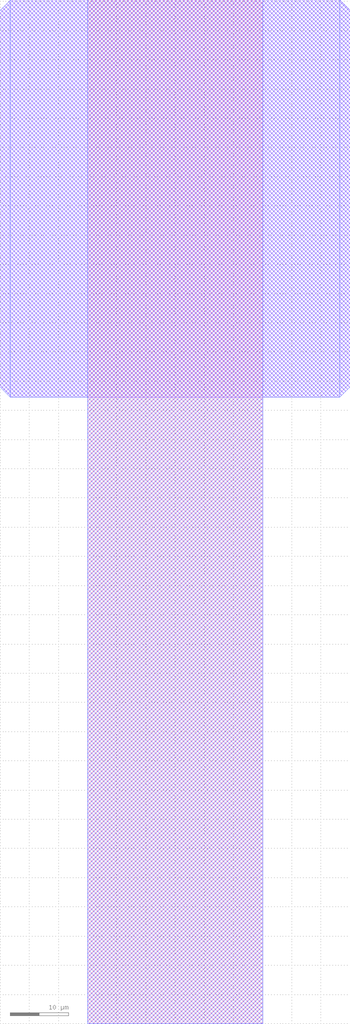
<source format=lef>
###############################################################################
#TSMC Library/IP Product
#Filename: tpbn45v_ds_9lm.lef
#Technology: N45
#Product Type: I/O PAD
#Product Name: tpbn45v_ds
#Version: 150a
###############################################################################
# 
#STATEMENT OF USE
#
#This information contains confidential and proprietary information of TSMC.
#No part of this information may be reproduced, transmitted, transcribed,
#stored in a retrieval system, or translated into any human or computer
#language, in any form or by any means, electronic, mechanical, magnetic,
#optical, chemical, manual, or otherwise, without the prior written permission
#of TSMC. This information was prepared for informational purpose and is for
#use by TSMC's customers only. TSMC reserves the right to make changes in the
#information at any time and without notice.
# 
###############################################################################

MACRO PAD50GAU_DS_SL
    CLASS BLOCK ;
    FOREIGN PAD50GAU_DS_SL 0.000 -16.025  ;
    ORIGIN 0.000 16.025 ;
    SIZE 25.000 BY 95.500 ;
    SYMMETRY X Y R90 ;
    OBS
        LAYER M8 ;
        POLYGON  35.500 72.225 33.750 73.975 33.750 -16.025 35.500 -14.275 ;
        RECT  25.000 -16.025 33.750 73.975 ;
        RECT  0.000 -16.025 25.000 79.475 ;
        RECT  -8.750 -16.025 0.000 73.975 ;
        POLYGON  -8.750 73.975 -10.500 72.225 -10.500 -14.275 -8.750 -16.025 ;
        LAYER M9 ;
        POLYGON  35.500 72.225 33.750 73.975 33.750 -16.025 35.500 -14.275 ;
        RECT  25.000 -16.025 33.750 73.975 ;
        RECT  0.000 -16.025 25.000 79.475 ;
        RECT  -8.750 -16.025 0.000 73.975 ;
        POLYGON  -8.750 73.975 -10.500 72.225 -10.500 -14.275 -8.750 -16.025 ;
        LAYER AP ;
        POLYGON  35.500 72.225 33.750 73.975 33.750 -16.025 35.500 -14.275 ;
        RECT  -8.750 -16.025 33.750 73.975 ;
        POLYGON  -8.750 73.975 -10.500 72.225 -10.500 -14.275 -8.750 -16.025 ;
    END
END PAD50GAU_DS_SL

MACRO PAD50GU_DS_SL
    CLASS BLOCK ;
    FOREIGN PAD50GU_DS_SL 0.000 -16.025  ;
    ORIGIN 0.000 16.025 ;
    SIZE 25.000 BY 95.500 ;
    SYMMETRY X Y R90 ;
    OBS
        LAYER M8 ;
        POLYGON  35.500 72.225 33.750 73.975 33.750 -16.025 35.500 -14.275 ;
        RECT  25.000 -16.025 33.750 73.975 ;
        RECT  0.000 -16.025 25.000 79.475 ;
        RECT  -8.750 -16.025 0.000 73.975 ;
        POLYGON  -8.750 73.975 -10.500 72.225 -10.500 -14.275 -8.750 -16.025 ;
        LAYER M9 ;
        POLYGON  35.500 72.225 33.750 73.975 33.750 -16.025 35.500 -14.275 ;
        RECT  25.000 -16.025 33.750 73.975 ;
        RECT  0.000 -16.025 25.000 79.475 ;
        RECT  -8.750 -16.025 0.000 73.975 ;
        POLYGON  -8.750 73.975 -10.500 72.225 -10.500 -14.275 -8.750 -16.025 ;
        LAYER AP ;
        POLYGON  35.500 72.225 33.750 73.975 33.750 -16.025 35.500 -14.275 ;
        RECT  -8.750 -16.025 33.750 73.975 ;
        POLYGON  -8.750 73.975 -10.500 72.225 -10.500 -14.275 -8.750 -16.025 ;
    END
END PAD50GU_DS_SL

MACRO PAD50NAU_DS_SL
    CLASS BLOCK ;
    FOREIGN PAD50NAU_DS_SL 0.000 0.000  ;
    ORIGIN 0.000 0.000 ;
    SIZE 25.000 BY 183.975 ;
    SYMMETRY X Y R90 ;
    OBS
        LAYER M8 ;
        POLYGON  35.500 182.225 33.750 183.975 33.750 93.975 35.500 95.725 ;
        RECT  25.000 93.975 33.750 183.975 ;
        RECT  0.000 0.000 25.000 183.975 ;
        RECT  -8.750 93.975 0.000 183.975 ;
        POLYGON  -8.750 183.975 -10.500 182.225 -10.500 95.725 -8.750 93.975 ;
        LAYER M9 ;
        POLYGON  35.500 182.225 33.750 183.975 33.750 93.975 35.500 95.725 ;
        RECT  25.000 93.975 33.750 183.975 ;
        RECT  0.000 0.000 25.000 183.975 ;
        RECT  -8.750 93.975 0.000 183.975 ;
        POLYGON  -8.750 183.975 -10.500 182.225 -10.500 95.725 -8.750 93.975 ;
        LAYER AP ;
        POLYGON  35.500 182.225 33.750 183.975 33.750 93.975 35.500 95.725 ;
        RECT  -8.750 93.975 33.750 183.975 ;
        POLYGON  -8.750 183.975 -10.500 182.225 -10.500 95.725 -8.750 93.975 ;
    END
END PAD50NAU_DS_SL

MACRO PAD50NU_DS_SL
    CLASS BLOCK ;
    FOREIGN PAD50NU_DS_SL 0.000 0.000  ;
    ORIGIN 0.000 0.000 ;
    SIZE 25.000 BY 183.975 ;
    SYMMETRY X Y R90 ;
    OBS
        LAYER M8 ;
        POLYGON  35.500 182.225 33.750 183.975 33.750 93.975 35.500 95.725 ;
        RECT  25.000 93.975 33.750 183.975 ;
        RECT  0.000 0.000 25.000 183.975 ;
        RECT  -8.750 93.975 0.000 183.975 ;
        POLYGON  -8.750 183.975 -10.500 182.225 -10.500 95.725 -8.750 93.975 ;
        LAYER M9 ;
        POLYGON  35.500 182.225 33.750 183.975 33.750 93.975 35.500 95.725 ;
        RECT  25.000 93.975 33.750 183.975 ;
        RECT  0.000 0.000 25.000 183.975 ;
        RECT  -8.750 93.975 0.000 183.975 ;
        POLYGON  -8.750 183.975 -10.500 182.225 -10.500 95.725 -8.750 93.975 ;
        LAYER AP ;
        POLYGON  35.500 182.225 33.750 183.975 33.750 93.975 35.500 95.725 ;
        RECT  -8.750 93.975 33.750 183.975 ;
        POLYGON  -8.750 183.975 -10.500 182.225 -10.500 95.725 -8.750 93.975 ;
    END
END PAD50NU_DS_SL

MACRO PAD60GAU_DS_SL
    CLASS BLOCK ;
    FOREIGN PAD60GAU_DS_SL 0.000 0.000  ;
    ORIGIN 0.000 0.000 ;
    SIZE 25.000 BY 79.475 ;
    SYMMETRY X Y R90 ;
    OBS
        LAYER M8 ;
        POLYGON  40.500 71.505 38.750 73.255 38.750 5.255 40.500 7.005 ;
        RECT  25.000 5.255 38.750 73.255 ;
        RECT  0.000 0.000 25.000 79.475 ;
        RECT  -13.750 5.255 0.000 73.255 ;
        POLYGON  -13.750 73.255 -15.500 71.505 -15.500 7.005 -13.750 5.255 ;
        LAYER M9 ;
        POLYGON  40.500 71.505 38.750 73.255 38.750 5.255 40.500 7.005 ;
        RECT  25.000 5.255 38.750 73.255 ;
        RECT  0.000 0.000 25.000 79.475 ;
        RECT  -13.750 5.255 0.000 73.255 ;
        POLYGON  -13.750 73.255 -15.500 71.505 -15.500 7.005 -13.750 5.255 ;
        LAYER AP ;
        POLYGON  40.500 71.505 38.750 73.255 38.750 5.255 40.500 7.005 ;
        RECT  -13.750 5.255 38.750 73.255 ;
        POLYGON  -13.750 73.255 -15.500 71.505 -15.500 7.005 -13.750 5.255 ;
    END
END PAD60GAU_DS_SL

MACRO PAD60GU_DS
    CLASS BLOCK ;
    FOREIGN PAD60GU_DS 0.000 0.000  ;
    ORIGIN 0.000 0.000 ;
    SIZE 30.000 BY 86.755 ;
    SYMMETRY X Y R90 ;
    OBS
        LAYER M8 ;
        POLYGON  43.000 71.505 41.250 73.255 41.250 5.255 43.000 7.005 ;
        RECT  30.000 5.255 41.250 73.255 ;
        RECT  0.000 0.000 30.000 86.755 ;
        RECT  -11.250 5.255 0.000 73.255 ;
        POLYGON  -11.250 73.255 -13.000 71.505 -13.000 7.005 -11.250 5.255 ;
        LAYER M9 ;
        POLYGON  43.000 71.505 41.250 73.255 41.250 5.255 43.000 7.005 ;
        RECT  30.000 5.255 41.250 73.255 ;
        RECT  0.000 0.000 30.000 86.755 ;
        RECT  -11.250 5.255 0.000 73.255 ;
        POLYGON  -11.250 73.255 -13.000 71.505 -13.000 7.005 -11.250 5.255 ;
        LAYER AP ;
        POLYGON  43.000 71.505 41.250 73.255 41.250 5.255 43.000 7.005 ;
        RECT  -11.250 5.255 41.250 73.255 ;
        POLYGON  -11.250 73.255 -13.000 71.505 -13.000 7.005 -11.250 5.255 ;
    END
END PAD60GU_DS

MACRO PAD60GU_DS_SL
    CLASS BLOCK ;
    FOREIGN PAD60GU_DS_SL 0.000 0.000  ;
    ORIGIN 0.000 0.000 ;
    SIZE 25.000 BY 79.475 ;
    SYMMETRY X Y R90 ;
    OBS
        LAYER M8 ;
        POLYGON  40.500 71.505 38.750 73.255 38.750 5.255 40.500 7.005 ;
        RECT  25.000 5.255 38.750 73.255 ;
        RECT  0.000 0.000 25.000 79.475 ;
        RECT  -13.750 5.255 0.000 73.255 ;
        POLYGON  -13.750 73.255 -15.500 71.505 -15.500 7.005 -13.750 5.255 ;
        LAYER M9 ;
        POLYGON  40.500 71.505 38.750 73.255 38.750 5.255 40.500 7.005 ;
        RECT  25.000 5.255 38.750 73.255 ;
        RECT  0.000 0.000 25.000 79.475 ;
        RECT  -13.750 5.255 0.000 73.255 ;
        POLYGON  -13.750 73.255 -15.500 71.505 -15.500 7.005 -13.750 5.255 ;
        LAYER AP ;
        POLYGON  40.500 71.505 38.750 73.255 38.750 5.255 40.500 7.005 ;
        RECT  -13.750 5.255 38.750 73.255 ;
        POLYGON  -13.750 73.255 -15.500 71.505 -15.500 7.005 -13.750 5.255 ;
    END
END PAD60GU_DS_SL

MACRO PAD60NAU_DS_SL
    CLASS BLOCK ;
    FOREIGN PAD60NAU_DS_SL 0.000 0.000  ;
    ORIGIN 0.000 0.000 ;
    SIZE 25.000 BY 169.255 ;
    SYMMETRY X Y R90 ;
    OBS
        LAYER M8 ;
        POLYGON  40.500 167.505 38.750 169.255 38.750 101.255 40.500 103.005 ;
        RECT  25.000 101.255 38.750 169.255 ;
        RECT  0.000 0.000 25.000 169.255 ;
        RECT  -13.750 101.255 0.000 169.255 ;
        POLYGON  -13.750 169.255 -15.500 167.505 -15.500 103.005 -13.750 101.255 ;
        LAYER M9 ;
        POLYGON  40.500 167.505 38.750 169.255 38.750 101.255 40.500 103.005 ;
        RECT  25.000 101.255 38.750 169.255 ;
        RECT  0.000 0.000 25.000 169.255 ;
        RECT  -13.750 101.255 0.000 169.255 ;
        POLYGON  -13.750 169.255 -15.500 167.505 -15.500 103.005 -13.750 101.255 ;
        LAYER AP ;
        POLYGON  40.500 167.505 38.750 169.255 38.750 101.255 40.500 103.005 ;
        RECT  -13.750 101.255 38.750 169.255 ;
        POLYGON  -13.750 169.255 -15.500 167.505 -15.500 103.005 -13.750 101.255 ;
    END
END PAD60NAU_DS_SL

MACRO PAD60NU_DS
    CLASS BLOCK ;
    FOREIGN PAD60NU_DS 0.000 0.000  ;
    ORIGIN 0.000 0.000 ;
    SIZE 30.000 BY 169.255 ;
    SYMMETRY X Y R90 ;
    OBS
        LAYER M8 ;
        POLYGON  43.000 167.505 41.250 169.255 41.250 101.255 43.000 103.005 ;
        RECT  30.000 101.255 41.250 169.255 ;
        RECT  0.000 0.000 30.000 169.255 ;
        RECT  -11.250 101.255 0.000 169.255 ;
        POLYGON  -11.250 169.255 -13.000 167.505 -13.000 103.005 -11.250 101.255 ;
        LAYER M9 ;
        POLYGON  43.000 167.505 41.250 169.255 41.250 101.255 43.000 103.005 ;
        RECT  30.000 101.255 41.250 169.255 ;
        RECT  0.000 0.000 30.000 169.255 ;
        RECT  -11.250 101.255 0.000 169.255 ;
        POLYGON  -11.250 169.255 -13.000 167.505 -13.000 103.005 -11.250 101.255 ;
        LAYER AP ;
        POLYGON  43.000 167.505 41.250 169.255 41.250 101.255 43.000 103.005 ;
        RECT  -11.250 101.255 41.250 169.255 ;
        POLYGON  -11.250 169.255 -13.000 167.505 -13.000 103.005 -11.250 101.255 ;
    END
END PAD60NU_DS

MACRO PAD60NU_DS_SL
    CLASS BLOCK ;
    FOREIGN PAD60NU_DS_SL 0.000 0.000  ;
    ORIGIN 0.000 0.000 ;
    SIZE 25.000 BY 169.255 ;
    SYMMETRY X Y R90 ;
    OBS
        LAYER M8 ;
        POLYGON  40.500 167.505 38.750 169.255 38.750 101.255 40.500 103.005 ;
        RECT  25.000 101.255 38.750 169.255 ;
        RECT  0.000 0.000 25.000 169.255 ;
        RECT  -13.750 101.255 0.000 169.255 ;
        POLYGON  -13.750 169.255 -15.500 167.505 -15.500 103.005 -13.750 101.255 ;
        LAYER M9 ;
        POLYGON  40.500 167.505 38.750 169.255 38.750 101.255 40.500 103.005 ;
        RECT  25.000 101.255 38.750 169.255 ;
        RECT  0.000 0.000 25.000 169.255 ;
        RECT  -13.750 101.255 0.000 169.255 ;
        POLYGON  -13.750 169.255 -15.500 167.505 -15.500 103.005 -13.750 101.255 ;
        LAYER AP ;
        POLYGON  40.500 167.505 38.750 169.255 38.750 101.255 40.500 103.005 ;
        RECT  -13.750 101.255 38.750 169.255 ;
        POLYGON  -13.750 169.255 -15.500 167.505 -15.500 103.005 -13.750 101.255 ;
    END
END PAD60NU_DS_SL

MACRO PAD70GU_DS
    CLASS BLOCK ;
    FOREIGN PAD70GU_DS 0.000 0.000  ;
    ORIGIN 0.000 0.000 ;
    SIZE 30.000 BY 86.755 ;
    SYMMETRY X Y R90 ;
    OBS
        LAYER M8 ;
        POLYGON  45.000 71.505 43.250 73.255 43.250 5.255 45.000 7.005 ;
        RECT  30.000 5.255 43.250 73.255 ;
        RECT  0.000 0.000 30.000 86.755 ;
        RECT  -13.250 5.255 0.000 73.255 ;
        POLYGON  -13.250 73.255 -15.000 71.505 -15.000 7.005 -13.250 5.255 ;
        LAYER M9 ;
        POLYGON  45.000 71.505 43.250 73.255 43.250 5.255 45.000 7.005 ;
        RECT  30.000 5.255 43.250 73.255 ;
        RECT  0.000 0.000 30.000 86.755 ;
        RECT  -13.250 5.255 0.000 73.255 ;
        POLYGON  -13.250 73.255 -15.000 71.505 -15.000 7.005 -13.250 5.255 ;
        LAYER AP ;
        POLYGON  45.000 71.505 43.250 73.255 43.250 5.255 45.000 7.005 ;
        RECT  -13.250 5.255 43.250 73.255 ;
        POLYGON  -13.250 73.255 -15.000 71.505 -15.000 7.005 -13.250 5.255 ;
    END
END PAD70GU_DS

MACRO PAD70NU_DS
    CLASS BLOCK ;
    FOREIGN PAD70NU_DS 0.000 0.000  ;
    ORIGIN 0.000 0.000 ;
    SIZE 30.000 BY 175.255 ;
    SYMMETRY X Y R90 ;
    OBS
        LAYER M8 ;
        POLYGON  45.000 173.505 43.250 175.255 43.250 107.255 45.000 109.005 ;
        RECT  30.000 107.255 43.250 175.255 ;
        RECT  0.000 0.000 30.000 175.255 ;
        RECT  -13.250 107.255 0.000 175.255 ;
        POLYGON  -13.250 175.255 -15.000 173.505 -15.000 109.005 -13.250 107.255 ;
        LAYER M9 ;
        POLYGON  45.000 173.505 43.250 175.255 43.250 107.255 45.000 109.005 ;
        RECT  30.000 107.255 43.250 175.255 ;
        RECT  0.000 0.000 30.000 175.255 ;
        RECT  -13.250 107.255 0.000 175.255 ;
        POLYGON  -13.250 175.255 -15.000 173.505 -15.000 109.005 -13.250 107.255 ;
        LAYER AP ;
        POLYGON  45.000 173.505 43.250 175.255 43.250 107.255 45.000 109.005 ;
        RECT  -13.250 107.255 43.250 175.255 ;
        POLYGON  -13.250 175.255 -15.000 173.505 -15.000 109.005 -13.250 107.255 ;
    END
END PAD70NU_DS

END LIBRARY

</source>
